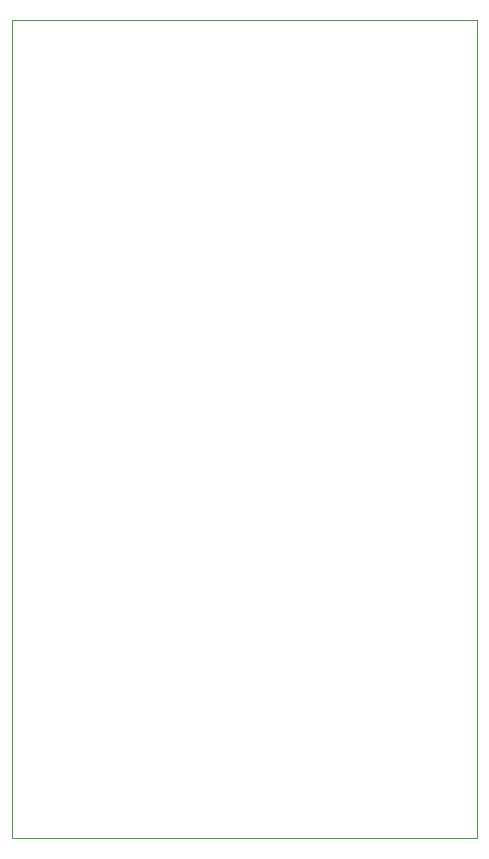
<source format=gm1>
G04 #@! TF.GenerationSoftware,KiCad,Pcbnew,6.0.2+dfsg-1*
G04 #@! TF.CreationDate,2023-02-11T22:05:12+01:00*
G04 #@! TF.ProjectId,pico_probe_pcb,7069636f-5f70-4726-9f62-655f7063622e,rev?*
G04 #@! TF.SameCoordinates,Original*
G04 #@! TF.FileFunction,Profile,NP*
%FSLAX46Y46*%
G04 Gerber Fmt 4.6, Leading zero omitted, Abs format (unit mm)*
G04 Created by KiCad (PCBNEW 6.0.2+dfsg-1) date 2023-02-11 22:05:12*
%MOMM*%
%LPD*%
G01*
G04 APERTURE LIST*
G04 #@! TA.AperFunction,Profile*
%ADD10C,0.100000*%
G04 #@! TD*
G04 APERTURE END LIST*
D10*
X127635000Y-59055000D02*
X167005000Y-59055000D01*
X167005000Y-59055000D02*
X167005000Y-128270000D01*
X167005000Y-128270000D02*
X127635000Y-128270000D01*
X127635000Y-128270000D02*
X127635000Y-59055000D01*
M02*

</source>
